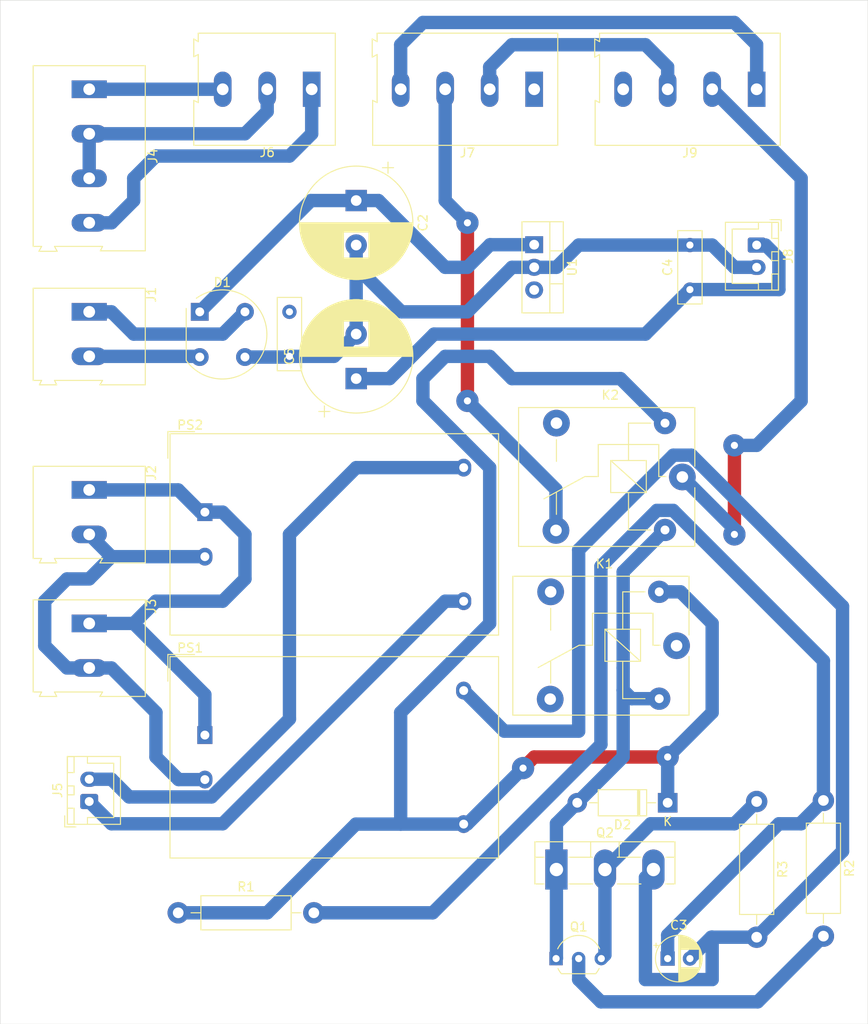
<source format=kicad_pcb>
(kicad_pcb (version 20241229) (generator "pcbnew") (generator_version "9.0")
  (layers (0 "F.Cu" signal) (2 "B.Cu" signal) (13 "F.Paste" user) (15 "B.Paste" user) (5 "F.SilkS" user "F.Silkscreen") (7 "B.SilkS" user "B.Silkscreen") (1 "F.Mask" user) (3 "B.Mask" user) (25 "Edge.Cuts" user))
  (net 0 "")
  (net 1 "Net-(D1-+)")
  (net 2 "Net-(C3-Pad1)")
  (net 3 "0")
  (net 4 "Net-(J8-Pin_1)")
  (net 5 "Net-(J1-Pin_1)")
  (net 6 "Net-(J1-Pin_2)")
  (net 7 "Net-(D2-A)")
  (net 8 "Net-(D2-K)")
  (net 9 "Net-(J2-Pin_2)")
  (net 10 "Net-(J2-Pin_1)")
  (net 11 "Net-(J4-Pin_2)")
  (net 12 "Net-(J4-Pin_4)")
  (net 13 "Net-(J4-Pin_1)")
  (net 14 "Net-(J5-Pin_2)")
  (net 15 "Net-(J5-Pin_1)")
  (net 16 "IN SP R+")
  (net 17 "Net-(J7-Pin_2)")
  (net 18 "Net-(J7-Pin_4)")
  (net 19 "IN SP L+")
  (net 20 "OUT SP L+")
  (net 21 "OUT SP R+")
  (net 24 "Net-(Q1-B)")
  (net 25 "Net-(Q1-E)")
  (net 26 "12V GND")
  (footprint "TerminalBlock:TerminalBlock_Altech_AK300-3_P5.00mm" (layer "F.Cu") (at 50 27.5 180)
    (property "Reference" "J6" (at 5 -7.1 0) (layer "F.SilkS"))
    (property "Value" "To Power Ampli Power IN")
    (pad "1" thru_hole rect (at 0 0 180) (size 1.98 3.96) (drill 1.32) (layers "*.Cu" "*.Mask") (net 12 "Net-(J4-Pin_4)"))
    (pad "2" thru_hole oval (at 5 0 180) (size 1.98 3.96) (drill 1.32) (layers "*.Cu" "*.Mask") (net 11 "Net-(J4-Pin_2)"))
    (pad "3" thru_hole oval (at 10 0 180) (size 1.98 3.96) (drill 1.32) (layers "*.Cu" "*.Mask") (net 13 "Net-(J4-Pin_1)"))
  )
  (footprint "Capacitor_THT:C_Disc_D8.0mm_W2.5mm_P5.00mm" (layer "F.Cu") (at 92.5 50 90)
    (property "Reference" "C4" (at 2.5 -2.5 90) (layer "F.SilkS"))
    (property "Value" "100nF")
    (pad "1" thru_hole circle (at 0 0 90) (size 1.6 1.6) (drill 0.8) (layers "*.Cu" "*.Mask") (net 4 "Net-(J8-Pin_1)"))
    (pad "2" thru_hole circle (at 5 0 90) (size 1.6 1.6) (drill 0.8) (layers "*.Cu" "*.Mask") (net 26 "12V GND"))
  )
  (footprint "Package_TO_SOT_THT:TO-220-3_Vertical" (layer "F.Cu") (at 75 44.96 -90)
    (property "Reference" "U1" (at 2.54 -4.27 90) (layer "F.SilkS"))
    (property "Value" "LM7812_TO220")
    (pad "1" thru_hole rect (at 0 0 270) (size 1.905 2) (drill 1.1) (layers "*.Cu" "*.Mask") (net 1 "Net-(D1-+)"))
    (pad "2" thru_hole oval (at 2.54 0 270) (size 1.905 2) (drill 1.1) (layers "*.Cu" "*.Mask") (net 26 "12V GND"))
    (pad "3" thru_hole oval (at 5.08 0 270) (size 1.905 2) (drill 1.1) (layers "*.Cu" "*.Mask") (net 4 "Net-(J8-Pin_1)"))
  )
  (footprint "TerminalBlock:TerminalBlock_Altech_AK300-2_P5.00mm" (layer "F.Cu") (at 25 52.5 -90)
    (property "Reference" "J1" (at -1.92 -6.99 90) (layer "F.SilkS"))
    (property "Value" "IN 12V AC")
    (pad "1" thru_hole rect (at 0 0 270) (size 1.98 3.96) (drill 1.32) (layers "*.Cu" "*.Mask") (net 5 "Net-(J1-Pin_1)"))
    (pad "2" thru_hole oval (at 5 0 270) (size 1.98 3.96) (drill 1.32) (layers "*.Cu" "*.Mask") (net 6 "Net-(J1-Pin_2)"))
  )
  (footprint "Resistor_THT:R_Axial_DIN0411_L9.9mm_D3.6mm_P15.24mm_Horizontal" (layer "F.Cu") (at 107.5 107.38 -90)
    (property "Reference" "R2" (at 7.62 -2.92 90) (layer "F.SilkS"))
    (property "Value" "10k")
    (pad "1" thru_hole circle (at 0 0 270) (size 2.4 2.4) (drill 1.2) (layers "*.Cu" "*.Mask") (net 2 "Net-(C3-Pad1)"))
    (pad "2" thru_hole oval (at 15.24 0 270) (size 2.4 2.4) (drill 1.2) (layers "*.Cu" "*.Mask") (net 24 "Net-(Q1-B)"))
  )
  (footprint "Diode_THT:D_DO-41_SOD81_P10.16mm_Horizontal" (layer "F.Cu") (at 90 107.64 180)
    (property "Reference" "D2" (at 5.08 -2.47 0) (layer "F.SilkS"))
    (property "Value" "1N4001")
    (fp_text user "K" (at 0 -2.1 0) (layer "F.SilkS"))
    (pad "1" thru_hole rect (at 0 0 180) (size 2.2 2.2) (drill 1.1) (layers "*.Cu" "*.Mask") (net 8 "Net-(D2-K)"))
    (pad "2" thru_hole oval (at 10.16 0 180) (size 2.2 2.2) (drill 1.1) (layers "*.Cu" "*.Mask") (net 7 "Net-(D2-A)"))
  )
  (footprint "Package_TO_SOT_THT:TO-92L_Inline_Wide" (layer "F.Cu") (at 77.46 125.14)
    (property "Reference" "Q1" (at 2.54 -3.56 0) (layer "F.SilkS"))
    (property "Value" "NPN")
    (pad "1" thru_hole rect (at 0 0) (size 1.5 1.5) (drill 0.8) (layers "*.Cu" "*.Mask") (net 7 "Net-(D2-A)"))
    (pad "2" thru_hole circle (at 2.54 0) (size 1.5 1.5) (drill 0.8) (layers "*.Cu" "*.Mask") (net 24 "Net-(Q1-B)"))
    (pad "3" thru_hole circle (at 5.08 0) (size 1.5 1.5) (drill 0.8) (layers "*.Cu" "*.Mask") (net 25 "Net-(Q1-E)"))
  )
  (footprint "TerminalBlock:TerminalBlock_Altech_AK300-4_P5.00mm" (layer "F.Cu") (at 100 27.5 180)
    (property "Reference" "J9" (at 7.5 -7.15 0) (layer "F.SilkS"))
    (property "Value" "To Speakers")
    (pad "1" thru_hole rect (at 0 0 180) (size 1.98 3.96) (drill 1.32) (layers "*.Cu" "*.Mask") (net 18 "Net-(J7-Pin_4)"))
    (pad "2" thru_hole oval (at 5 0 180) (size 1.98 3.96) (drill 1.32) (layers "*.Cu" "*.Mask") (net 21 "OUT SP R+"))
    (pad "3" thru_hole oval (at 10 0 180) (size 1.98 3.96) (drill 1.32) (layers "*.Cu" "*.Mask") (net 17 "Net-(J7-Pin_2)"))
    (pad "4" thru_hole oval (at 15 0 180) (size 1.98 3.96) (drill 1.32) (layers "*.Cu" "*.Mask") (net 20 "OUT SP L+"))
  )
  (footprint "TerminalBlock:TerminalBlock_Altech_AK300-4_P5.00mm" (layer "F.Cu") (at 75 27.5 180)
    (property "Reference" "J7" (at 7.5 -7.15 0) (layer "F.SilkS"))
    (property "Value" "From Ampli Output")
    (pad "1" thru_hole rect (at 0 0 180) (size 1.98 3.96) (drill 1.32) (layers "*.Cu" "*.Mask") (net 19 "IN SP L+"))
    (pad "2" thru_hole oval (at 5 0 180) (size 1.98 3.96) (drill 1.32) (layers "*.Cu" "*.Mask") (net 17 "Net-(J7-Pin_2)"))
    (pad "3" thru_hole oval (at 10 0 180) (size 1.98 3.96) (drill 1.32) (layers "*.Cu" "*.Mask") (net 16 "IN SP R+"))
    (pad "4" thru_hole oval (at 15 0 180) (size 1.98 3.96) (drill 1.32) (layers "*.Cu" "*.Mask") (net 18 "Net-(J7-Pin_4)"))
  )
  (footprint "Relay_THT:Relay_SPDT_SANYOU_SRD_Series_Form_C" (layer "F.Cu") (at 91 90 180)
    (property "Reference" "K1" (at 8.1 9.2 0) (layer "F.SilkS"))
    (property "Value" "SANYOU_SRD_Form_C")
    (pad "1" thru_hole circle (at 0 0 270) (size 3 3) (drill 1.3) (layers "*.Cu" "*.Mask") (net 20 "OUT SP L+"))
    (pad "2" thru_hole circle (at 1.95 6.05 270) (size 2.5 2.5) (drill 1) (layers "*.Cu" "*.Mask") (net 8 "Net-(D2-K)"))
    (pad "3" thru_hole circle (at 14.15 6.05 270) (size 3 3) (drill 1.3) (layers "*.Cu" "*.Mask"))
    (pad "4" thru_hole circle (at 14.2 -6 270) (size 3 3) (drill 1.3) (layers "*.Cu" "*.Mask") (net 19 "IN SP L+"))
    (pad "5" thru_hole circle (at 1.95 -5.95 270) (size 2.5 2.5) (drill 1) (layers "*.Cu" "*.Mask") (net 7 "Net-(D2-A)"))
  )
  (footprint "Resistor_THT:R_Axial_DIN0411_L9.9mm_D3.6mm_P15.24mm_Horizontal" (layer "F.Cu") (at 35 120)
    (property "Reference" "R1" (at 7.62 -2.92 0) (layer "F.SilkS"))
    (property "Value" "100k")
    (pad "1" thru_hole circle (at 0 0) (size 2.4 2.4) (drill 1.2) (layers "*.Cu" "*.Mask") (net 8 "Net-(D2-K)"))
    (pad "2" thru_hole oval (at 15.24 0) (size 2.4 2.4) (drill 1.2) (layers "*.Cu" "*.Mask") (net 2 "Net-(C3-Pad1)"))
  )
  (footprint "Capacitor_THT:CP_Radial_D12.5mm_P5.00mm" (layer "F.Cu") (at 55 40 -90)
    (property "Reference" "C2" (at 2.5 -7.5 90) (layer "F.SilkS"))
    (property "Value" "2200uF")
    (pad "1" thru_hole rect (at 0 0 270) (size 2.4 2.4) (drill 1.2) (layers "*.Cu" "*.Mask") (net 1 "Net-(D1-+)"))
    (pad "2" thru_hole circle (at 5 0 270) (size 2.4 2.4) (drill 1.2) (layers "*.Cu" "*.Mask") (net 26 "12V GND"))
  )
  (footprint "Resistor_THT:R_Axial_DIN0411_L9.9mm_D3.6mm_P15.24mm_Horizontal" (layer "F.Cu") (at 100 107.5 -90)
    (property "Reference" "R3" (at 7.62 -2.92 90) (layer "F.SilkS"))
    (property "Value" "100k")
    (pad "1" thru_hole circle (at 0 0 270) (size 2.4 2.4) (drill 1.2) (layers "*.Cu" "*.Mask") (net 25 "Net-(Q1-E)"))
    (pad "2" thru_hole oval (at 15.24 0 270) (size 2.4 2.4) (drill 1.2) (layers "*.Cu" "*.Mask") (net 3 "0"))
  )
  (footprint "Converter_ACDC:Converter_ACDC_Hi-Link_HLK-PMxx" (layer "F.Cu") (at 37.9975 75)
    (property "Reference" "PS2" (at -1.66 -9.79 0) (layer "F.SilkS"))
    (property "Value" "HLK-PM01")
    (pad "1" thru_hole rect (at 0 0) (size 1.7 2) (drill 1) (layers "*.Cu" "*.Mask") (net 10 "Net-(J2-Pin_1)"))
    (pad "2" thru_hole oval (at 0 5) (size 1.7 2) (drill 1) (layers "*.Cu" "*.Mask") (net 9 "Net-(J2-Pin_2)"))
    (pad "3" thru_hole oval (at 29.08 -5) (size 1.7 2) (drill 1) (layers "*.Cu" "*.Mask") (net 14 "Net-(J5-Pin_2)"))
    (pad "4" thru_hole oval (at 29.08 10) (size 1.7 2) (drill 1) (layers "*.Cu" "*.Mask") (net 15 "Net-(J5-Pin_1)"))
  )
  (footprint "Capacitor_THT:CP_Radial_D12.5mm_P5.00mm" (layer "F.Cu") (at 55 60 90)
    (property "Reference" "C5" (at 2.5 -7.5 90) (layer "F.SilkS"))
    (property "Value" "2200uF")
    (pad "1" thru_hole rect (at 0 0 90) (size 2.4 2.4) (drill 1.2) (layers "*.Cu" "*.Mask") (net 4 "Net-(J8-Pin_1)"))
    (pad "2" thru_hole circle (at 5 0 90) (size 2.4 2.4) (drill 1.2) (layers "*.Cu" "*.Mask") (net 26 "12V GND"))
  )
  (footprint "Capacitor_THT:C_Disc_D8.0mm_W2.5mm_P5.00mm" (layer "F.Cu") (at 47.5 52.5 -90)
    (property "Reference" "C1" (at 2.5 -2.5 90) (layer "F.SilkS"))
    (property "Value" "100nF")
    (pad "1" thru_hole circle (at 0 0 270) (size 1.6 1.6) (drill 0.8) (layers "*.Cu" "*.Mask") (net 1 "Net-(D1-+)"))
    (pad "2" thru_hole circle (at 5 0 270) (size 1.6 1.6) (drill 0.8) (layers "*.Cu" "*.Mask") (net 26 "12V GND"))
  )
  (footprint "TerminalBlock:TerminalBlock_Altech_AK300-2_P5.00mm" (layer "F.Cu") (at 25 72.5 -90)
    (property "Reference" "J2" (at -1.92 -6.99 90) (layer "F.SilkS"))
    (property "Value" "OUT 230V AC")
    (pad "1" thru_hole rect (at 0 0 270) (size 1.98 3.96) (drill 1.32) (layers "*.Cu" "*.Mask") (net 10 "Net-(J2-Pin_1)"))
    (pad "2" thru_hole oval (at 5 0 270) (size 1.98 3.96) (drill 1.32) (layers "*.Cu" "*.Mask") (net 9 "Net-(J2-Pin_2)"))
  )
  (footprint "Capacitor_THT:CP_Radial_D5.0mm_P2.50mm" (layer "F.Cu") (at 90 125.14)
    (property "Reference" "C3" (at 1.25 -3.75 0) (layer "F.SilkS"))
    (property "Value" "47u")
    (pad "1" thru_hole rect (at 0 0) (size 1.6 1.6) (drill 0.8) (layers "*.Cu" "*.Mask") (net 2 "Net-(C3-Pad1)"))
    (pad "2" thru_hole circle (at 2.5 0) (size 1.6 1.6) (drill 0.8) (layers "*.Cu" "*.Mask") (net 3 "0"))
  )
  (footprint "Relay_THT:Relay_SPDT_SANYOU_SRD_Series_Form_C" (layer "F.Cu") (at 91.65 71.05 180)
    (property "Reference" "K2" (at 8.1 9.2 0) (layer "F.SilkS"))
    (property "Value" "SANYOU_SRD_Form_C")
    (pad "1" thru_hole circle (at 0 0 270) (size 3 3) (drill 1.3) (layers "*.Cu" "*.Mask") (net 21 "OUT SP R+"))
    (pad "2" thru_hole circle (at 1.95 6.05 270) (size 2.5 2.5) (drill 1) (layers "*.Cu" "*.Mask") (net 8 "Net-(D2-K)"))
    (pad "3" thru_hole circle (at 14.15 6.05 270) (size 3 3) (drill 1.3) (layers "*.Cu" "*.Mask"))
    (pad "4" thru_hole circle (at 14.2 -6 270) (size 3 3) (drill 1.3) (layers "*.Cu" "*.Mask") (net 16 "IN SP R+"))
    (pad "5" thru_hole circle (at 1.95 -5.95 270) (size 2.5 2.5) (drill 1) (layers "*.Cu" "*.Mask") (net 7 "Net-(D2-A)"))
  )
  (footprint "Package_TO_SOT_THT:TO-3P-3_Vertical" (layer "F.Cu") (at 77.5 115.14)
    (property "Reference" "Q2" (at 5.45 -4.12 0) (layer "F.SilkS"))
    (property "Value" "NPN")
    (pad "1" thru_hole rect (at 0 0) (size 2.5 4.5) (drill 1.5) (layers "*.Cu" "*.Mask") (net 7 "Net-(D2-A)"))
    (pad "2" thru_hole oval (at 5.45 0) (size 2.5 4.5) (drill 1.5) (layers "*.Cu" "*.Mask") (net 25 "Net-(Q1-E)"))
    (pad "3" thru_hole oval (at 10.9 0) (size 2.5 4.5) (drill 1.5) (layers "*.Cu" "*.Mask") (net 3 "0"))
  )
  (footprint "TerminalBlock:TerminalBlock_Altech_AK300-4_P5.00mm" (layer "F.Cu") (at 25 27.5 -90)
    (property "Reference" "J4" (at 7.5 -7.15 90) (layer "F.SilkS"))
    (property "Value" "From Trfo Output")
    (pad "1" thru_hole rect (at 0 0 270) (size 1.98 3.96) (drill 1.32) (layers "*.Cu" "*.Mask") (net 13 "Net-(J4-Pin_1)"))
    (pad "2" thru_hole oval (at 5 0 270) (size 1.98 3.96) (drill 1.32) (layers "*.Cu" "*.Mask") (net 11 "Net-(J4-Pin_2)"))
    (pad "3" thru_hole oval (at 10 0 270) (size 1.98 3.96) (drill 1.32) (layers "*.Cu" "*.Mask") (net 11 "Net-(J4-Pin_2)"))
    (pad "4" thru_hole oval (at 15 0 270) (size 1.98 3.96) (drill 1.32) (layers "*.Cu" "*.Mask") (net 12 "Net-(J4-Pin_4)"))
  )
  (footprint "Connector_JST:JST_XH_B2B-XH-A_1x02_P2.50mm_Vertical" (layer "F.Cu") (at 25 107.5 90)
    (property "Reference" "J5" (at 1.25 -3.55 90) (layer "F.SilkS"))
    (property "Value" "OUT 5V CC")
    (pad "1" thru_hole roundrect (at 0 0 90) (size 1.7 2) (drill 1) (layers "*.Cu" "*.Mask") (roundrect_rratio 0.147059) (net 15 "Net-(J5-Pin_1)"))
    (pad "2" thru_hole oval (at 2.5 0 90) (size 1.7 2) (drill 1) (layers "*.Cu" "*.Mask") (net 14 "Net-(J5-Pin_2)"))
  )
  (footprint "TerminalBlock:TerminalBlock_Altech_AK300-2_P5.00mm" (layer "F.Cu") (at 25 87.5 -90)
    (property "Reference" "J3" (at -1.92 -6.99 90) (layer "F.SilkS"))
    (property "Value" "IN 230V AC")
    (pad "1" thru_hole rect (at 0 0 270) (size 1.98 3.96) (drill 1.32) (layers "*.Cu" "*.Mask") (net 10 "Net-(J2-Pin_1)"))
    (pad "2" thru_hole oval (at 5 0 270) (size 1.98 3.96) (drill 1.32) (layers "*.Cu" "*.Mask") (net 9 "Net-(J2-Pin_2)"))
  )
  (footprint "Connector_JST:JST_XH_B2B-XH-A_1x02_P2.50mm_Vertical" (layer "F.Cu") (at 100 45 -90)
    (property "Reference" "J8" (at 1.25 -3.55 90) (layer "F.SilkS"))
    (property "Value" "OUT 12V CC")
    (pad "1" thru_hole roundrect (at 0 0 270) (size 1.7 2) (drill 1) (layers "*.Cu" "*.Mask") (roundrect_rratio 0.147059) (net 4 "Net-(J8-Pin_1)"))
    (pad "2" thru_hole oval (at 2.5 0 270) (size 1.7 2) (drill 1) (layers "*.Cu" "*.Mask") (net 26 "12V GND"))
  )
  (footprint "Diode_THT:Diode_Bridge_Round_D9.8mm" (layer "F.Cu") (at 37.42 52.5)
    (property "Reference" "D1" (at 2.54 -3.302 0) (layer "F.SilkS"))
    (property "Value" "B40C1500G")
    (pad "1" thru_hole rect (at 0 0) (size 2 2) (drill 1) (layers "*.Cu" "*.Mask") (net 1 "Net-(D1-+)"))
    (pad "2" thru_hole oval (at 0 5.08) (size 2 2) (drill 1) (layers "*.Cu" "*.Mask") (net 6 "Net-(J1-Pin_2)"))
    (pad "3" thru_hole oval (at 5.08 5.08) (size 2 2) (drill 1) (layers "*.Cu" "*.Mask") (net 26 "12V GND"))
    (pad "4" thru_hole oval (at 5.08 0) (size 2 2) (drill 1) (layers "*.Cu" "*.Mask") (net 5 "Net-(J1-Pin_1)"))
  )
  (footprint "Converter_ACDC:Converter_ACDC_Hi-Link_HLK-PMxx" (layer "F.Cu") (at 37.9975 100.0375)
    (property "Reference" "PS1" (at -1.66 -9.79 0) (layer "F.SilkS"))
    (property "Value" "HLK-PM01")
    (pad "1" thru_hole rect (at 0 0) (size 1.7 2) (drill 1) (layers "*.Cu" "*.Mask") (net 10 "Net-(J2-Pin_1)"))
    (pad "2" thru_hole oval (at 0 5) (size 1.7 2) (drill 1) (layers "*.Cu" "*.Mask") (net 9 "Net-(J2-Pin_2)"))
    (pad "3" thru_hole oval (at 29.08 -5) (size 1.7 2) (drill 1) (layers "*.Cu" "*.Mask") (net 3 "0"))
    (pad "4" thru_hole oval (at 29.08 10) (size 1.7 2) (drill 1) (layers "*.Cu" "*.Mask") (net 8 "Net-(D2-K)"))
  )
  (gr_rect (start 15 17.5) (end 112.5 132.5) (stroke (width 0.05)) (fill no) (layer "Edge.Cuts"))
  (segment (start 49.92 40) (end 55 40) (width 1.5) (layer "B.Cu") (net 1))
  (segment (start 37.42 52.5) (end 49.92 40) (width 1.5) (layer "B.Cu") (net 1))
  (segment (start 65 47.5) (end 67.5 47.5) (width 1.5) (layer "B.Cu") (net 1))
  (segment (start 67.5 47.5) (end 70.04 44.96) (width 1.5) (layer "B.Cu") (net 1))
  (segment (start 57.5 40) (end 65 47.5) (width 1.5) (layer "B.Cu") (net 1))
  (segment (start 55 40) (end 57.5 40) (width 1.5) (layer "B.Cu") (net 1))
  (segment (start 70.04 44.96) (end 75 44.96) (width 1.5) (layer "B.Cu") (net 1))
  (segment (start 90 125.14) (end 90 122.5) (width 1.5) (layer "B.Cu") (net 2))
  (segment (start 50.24 120) (end 63.603578 120) (width 1.5) (layer "B.Cu") (net 2))
  (segment (start 107.5 91.687315) (end 107.5 107.38) (width 1.5) (layer "B.Cu") (net 2))
  (segment (start 105 109.88) (end 107.5 107.38) (width 1.5) (layer "B.Cu") (net 2))
  (segment (start 63.603578 120) (end 82.5 101.103578) (width 1.5) (layer "B.Cu") (net 2))
  (segment (start 88.788315 74.799) (end 90.611685 74.799) (width 1.5) (layer "B.Cu") (net 2))
  (segment (start 82.5 81.087315) (end 88.788315 74.799) (width 1.5) (layer "B.Cu") (net 2))
  (segment (start 102.5 110) (end 105 110) (width 1.5) (layer "B.Cu") (net 2))
  (segment (start 105 110) (end 105 109.88) (width 1.5) (layer "B.Cu") (net 2))
  (segment (start 82.5 101.103578) (end 82.5 81.087315) (width 1.5) (layer "B.Cu") (net 2))
  (segment (start 90.611685 74.799) (end 107.5 91.687315) (width 1.5) (layer "B.Cu") (net 2))
  (segment (start 90 122.5) (end 102.5 110) (width 1.5) (layer "B.Cu") (net 2))
  (segment (start 109.651 85.584762) (end 109.651 113.089) (width 1.5) (layer "B.Cu") (net 3))
  (segment (start 95 127.5) (end 95 122.74) (width 1.5) (layer "B.Cu") (net 3))
  (segment (start 67.0775 95.0375) (end 71.64 99.6) (width 1.5) (layer "B.Cu") (net 3))
  (segment (start 71.64 99.6) (end 80 99.6) (width 1.5) (layer "B.Cu") (net 3))
  (segment (start 94.9 122.74) (end 92.5 125.14) (width 1.5) (layer "B.Cu") (net 3))
  (segment (start 109.651 113.089) (end 100 122.74) (width 1.5) (layer "B.Cu") (net 3))
  (segment (start 100 122.74) (end 95 122.74) (width 1.5) (layer "B.Cu") (net 3))
  (segment (start 80 99.6) (end 80 79.233762) (width 1.5) (layer "B.Cu") (net 3))
  (segment (start 87.5 116.04) (end 87.5 127.5) (width 1.5) (layer "B.Cu") (net 3))
  (segment (start 92.665238 68.599) (end 109.651 85.584762) (width 1.5) (layer "B.Cu") (net 3))
  (segment (start 88.4 115.14) (end 87.5 116.04) (width 1.5) (layer "B.Cu") (net 3))
  (segment (start 80 79.233762) (end 90.634762 68.599) (width 1.5) (layer "B.Cu") (net 3))
  (segment (start 87.5 127.5) (end 95 127.5) (width 1.5) (layer "B.Cu") (net 3))
  (segment (start 95 122.74) (end 94.9 122.74) (width 1.5) (layer "B.Cu") (net 3))
  (segment (start 90.634762 68.599) (end 92.665238 68.599) (width 1.5) (layer "B.Cu") (net 3))
  (segment (start 87.5 55) (end 92.5 50) (width 1.5) (layer "B.Cu") (net 4))
  (segment (start 55 60) (end 58.75 60) (width 1.5) (layer "B.Cu") (net 4))
  (segment (start 63.75 55) (end 87.5 55) (width 1.5) (layer "B.Cu") (net 4))
  (segment (start 102.5 46.5) (end 101 45) (width 1.5) (layer "B.Cu") (net 4))
  (segment (start 58.75 60) (end 63.75 55) (width 1.5) (layer "B.Cu") (net 4))
  (segment (start 92.5 50) (end 102.5 50) (width 1.5) (layer "B.Cu") (net 4))
  (segment (start 102.5 50) (end 102.5 46.5) (width 1.5) (layer "B.Cu") (net 4))
  (segment (start 101 45) (end 100 45) (width 1.5) (layer "B.Cu") (net 4))
  (segment (start 25 52.5) (end 27.5 52.5) (width 1.5) (layer "B.Cu") (net 5))
  (segment (start 27.5 52.5) (end 30 55) (width 1.5) (layer "B.Cu") (net 5))
  (segment (start 30 55) (end 40 55) (width 1.5) (layer "B.Cu") (net 5))
  (segment (start 40 55) (end 42.5 52.5) (width 1.5) (layer "B.Cu") (net 5))
  (segment (start 25 57.5) (end 37.34 57.5) (width 1.5) (layer "B.Cu") (net 6))
  (segment (start 37.34 57.5) (end 37.42 57.58) (width 1.5) (layer "B.Cu") (net 6))
  (segment (start 77.5 125.1) (end 77.46 125.14) (width 1.5) (layer "B.Cu") (net 7))
  (segment (start 89.7 77) (end 85 81.7) (width 1.5) (layer "B.Cu") (net 7))
  (segment (start 85 92.5) (end 85 95) (width 1.5) (layer "B.Cu") (net 7))
  (segment (start 77.5 109.98) (end 77.5 115.14) (width 1.5) (layer "B.Cu") (net 7))
  (segment (start 85.95 95.95) (end 85 95) (width 1.5) (layer "B.Cu") (net 7))
  (segment (start 77.5 115.14) (end 77.5 125.1) (width 1.5) (layer "B.Cu") (net 7))
  (segment (start 79.84 107.64) (end 77.5 109.98) (width 1.5) (layer "B.Cu") (net 7))
  (segment (start 85 95) (end 85 102.48) (width 1.5) (layer "B.Cu") (net 7))
  (segment (start 85 81.7) (end 85 92.5) (width 1.5) (layer "B.Cu") (net 7))
  (segment (start 89.05 95.95) (end 85.95 95.95) (width 1.5) (layer "B.Cu") (net 7))
  (segment (start 85 102.48) (end 79.84 107.64) (width 1.5) (layer "B.Cu") (net 7))
  (segment (start 73.75 103.75) (end 75 102.5) (width 1.5) (layer "F.Cu") (net 8))
  (segment (start 75 102.5) (end 90 102.5) (width 1.5) (layer "F.Cu") (net 8))
  (via (at 90 102.5) (size 2.5) (drill 0.8) (layers "F.Cu" "B.Cu") (net 8))
  (via (at 73.75 103.75) (size 2.5) (drill 0.8) (layers "F.Cu" "B.Cu") (net 8))
  (segment (start 67.0775 110.0375) (end 67.4625 110.0375) (width 1.5) (layer "B.Cu") (net 8))
  (segment (start 62.5 60) (end 62.5 62.5) (width 1.5) (layer "B.Cu") (net 8))
  (segment (start 95 87.5) (end 91.45 83.95) (width 1.5) (layer "B.Cu") (net 8))
  (segment (start 84.7 60) (end 72.5 60) (width 1.5) (layer "B.Cu") (net 8))
  (segment (start 35 120) (end 45 120) (width 1.5) (layer "B.Cu") (net 8))
  (segment (start 70 57.5) (end 65 57.5) (width 1.5) (layer "B.Cu") (net 8))
  (segment (start 70 70) (end 70 87.5) (width 1.5) (layer "B.Cu") (net 8))
  (segment (start 70 87.5) (end 60 97.5) (width 1.5) (layer "B.Cu") (net 8))
  (segment (start 60 97.5) (end 60 110.0375) (width 1.5) (layer "B.Cu") (net 8))
  (segment (start 72.5 60) (end 70 57.5) (width 1.5) (layer "B.Cu") (net 8))
  (segment (start 90 102.5) (end 90 107.64) (width 1.5) (layer "B.Cu") (net 8))
  (segment (start 65 57.5) (end 62.5 60) (width 1.5) (layer "B.Cu") (net 8))
  (segment (start 95 97.5) (end 95 87.5) (width 1.5) (layer "B.Cu") (net 8))
  (segment (start 67.4625 110.0375) (end 73.75 103.75) (width 1.5) (layer "B.Cu") (net 8))
  (segment (start 91.45 83.95) (end 89.05 83.95) (width 1.5) (layer "B.Cu") (net 8))
  (segment (start 54.9625 110.0375) (end 60 110.0375) (width 1.5) (layer "B.Cu") (net 8))
  (segment (start 90 102.5) (end 95 97.5) (width 1.5) (layer "B.Cu") (net 8))
  (segment (start 60 110.0375) (end 67.0775 110.0375) (width 1.5) (layer "B.Cu") (net 8))
  (segment (start 45 120) (end 54.9625 110.0375) (width 1.5) (layer "B.Cu") (net 8))
  (segment (start 62.5 62.5) (end 70 70) (width 1.5) (layer "B.Cu") (net 8))
  (segment (start 89.7 65) (end 84.7 60) (width 1.5) (layer "B.Cu") (net 8))
  (segment (start 37.9975 80) (end 27.5 80) (width 1.5) (layer "B.Cu") (net 9))
  (segment (start 22.5 92.5) (end 25 92.5) (width 1.5) (layer "B.Cu") (net 9))
  (segment (start 32.5 97.5) (end 32.5 102.5) (width 1.5) (layer "B.Cu") (net 9))
  (segment (start 32.5 102.5) (end 35.0375 105.0375) (width 1.5) (layer "B.Cu") (net 9))
  (segment (start 27.5 92.5) (end 32.5 97.5) (width 1.5) (layer "B.Cu") (net 9))
  (segment (start 27.5 80) (end 25 77.5) (width 1.5) (layer "B.Cu") (net 9))
  (segment (start 25 92.5) (end 27.5 92.5) (width 1.5) (layer "B.Cu") (net 9))
  (segment (start 27.5 80) (end 25 82.5) (width 1.5) (layer "B.Cu") (net 9))
  (segment (start 35.0375 105.0375) (end 37.9975 105.0375) (width 1.5) (layer "B.Cu") (net 9))
  (segment (start 20 90) (end 22.5 92.5) (width 1.5) (layer "B.Cu") (net 9))
  (segment (start 22.5 82.5) (end 20 85) (width 1.5) (layer "B.Cu") (net 9))
  (segment (start 25 82.5) (end 22.5 82.5) (width 1.5) (layer "B.Cu") (net 9))
  (segment (start 20 85) (end 20 90) (width 1.5) (layer "B.Cu") (net 9))
  (segment (start 42.5 82.5) (end 42.5 77.5) (width 1.5) (layer "B.Cu") (net 10))
  (segment (start 30 87.5) (end 37.9975 95.4975) (width 1.5) (layer "B.Cu") (net 10))
  (segment (start 30 87.5) (end 32.5 85) (width 1.5) (layer "B.Cu") (net 10))
  (segment (start 40 75) (end 37.9975 75) (width 1.5) (layer "B.Cu") (net 10))
  (segment (start 37.9975 75) (end 37.5 75) (width 1.5) (layer "B.Cu") (net 10))
  (segment (start 25 87.5) (end 30 87.5) (width 1.5) (layer "B.Cu") (net 10))
  (segment (start 40 85) (end 42.5 82.5) (width 1.5) (layer "B.Cu") (net 10))
  (segment (start 37.5 75) (end 35 72.5) (width 1.5) (layer "B.Cu") (net 10))
  (segment (start 37.9975 95.4975) (end 37.9975 100.0375) (width 1.5) (layer "B.Cu") (net 10))
  (segment (start 35 72.5) (end 25 72.5) (width 1.5) (layer "B.Cu") (net 10))
  (segment (start 42.5 77.5) (end 40 75) (width 1.5) (layer "B.Cu") (net 10))
  (segment (start 32.5 85) (end 40 85) (width 1.5) (layer "B.Cu") (net 10))
  (segment (start 25 37.5) (end 25 32.5) (width 1.5) (layer "B.Cu") (net 11))
  (segment (start 25 32.5) (end 42.5 32.5) (width 1.5) (layer "B.Cu") (net 11))
  (segment (start 42.5 32.5) (end 45 30) (width 1.5) (layer "B.Cu") (net 11))
  (segment (start 45 30) (end 45 27.5) (width 1.5) (layer "B.Cu") (net 11))
  (segment (start 25 42.5) (end 27.5 42.5) (width 1.5) (layer "B.Cu") (net 12))
  (segment (start 30 37.5) (end 32.5 35) (width 1.5) (layer "B.Cu") (net 12))
  (segment (start 50 32.5) (end 50 27.5) (width 1.5) (layer "B.Cu") (net 12))
  (segment (start 30 40) (end 30 37.5) (width 1.5) (layer "B.Cu") (net 12))
  (segment (start 32.5 35) (end 47.5 35) (width 1.5) (layer "B.Cu") (net 12))
  (segment (start 47.5 35) (end 50 32.5) (width 1.5) (layer "B.Cu") (net 12))
  (segment (start 27.5 42.5) (end 30 40) (width 1.5) (layer "B.Cu") (net 12))
  (segment (start 25 27.5) (end 40 27.5) (width 1.5) (layer "B.Cu") (net 13))
  (segment (start 25 105) (end 27.5 105) (width 1.5) (layer "B.Cu") (net 14))
  (segment (start 55 70) (end 67.0775 70) (width 1.5) (layer "B.Cu") (net 14))
  (segment (start 27.5 105) (end 29.4885 106.9885) (width 1.5) (layer "B.Cu") (net 14))
  (segment (start 29.4885 106.9885) (end 38.743499 106.9885) (width 1.5) (layer "B.Cu") (net 14))
  (segment (start 47.5 98.231999) (end 47.5 77.5) (width 1.5) (layer "B.Cu") (net 14))
  (segment (start 47.5 77.5) (end 55 70) (width 1.5) (layer "B.Cu") (net 14))
  (segment (start 38.743499 106.9885) (end 47.5 98.231999) (width 1.5) (layer "B.Cu") (net 14))
  (segment (start 27.5 110) (end 40 110) (width 1.5) (layer "B.Cu") (net 15))
  (segment (start 65 85) (end 67.0775 85) (width 1.5) (layer "B.Cu") (net 15))
  (segment (start 40 110) (end 65 85) (width 1.5) (layer "B.Cu") (net 15))
  (segment (start 25 107.5) (end 27.5 110) (width 1.5) (layer "B.Cu") (net 15))
  (segment (start 67.5 42.5) (end 67.5 62.5) (width 1.5) (layer "F.Cu") (net 16))
  (via (at 67.5 42.5) (size 2.5) (drill 0.8) (layers "F.Cu" "B.Cu") (net 16))
  (via (at 67.5 62.5) (size 2.5) (drill 0.8) (layers "F.Cu" "B.Cu") (net 16))
  (segment (start 67.5 62.5) (end 77.45 72.45) (width 1.5) (layer "B.Cu") (net 16))
  (segment (start 77.45 72.45) (end 77.45 77.05) (width 1.5) (layer "B.Cu") (net 16))
  (segment (start 65 40) (end 67.5 42.5) (width 1.5) (layer "B.Cu") (net 16))
  (segment (start 65 27.5) (end 65 40) (width 1.5) (layer "B.Cu") (net 16))
  (segment (start 87.5 22.5) (end 90 25) (width 1.5) (layer "B.Cu") (net 17))
  (segment (start 70 27.5) (end 70 25) (width 1.5) (layer "B.Cu") (net 17))
  (segment (start 90 25) (end 90 27.5) (width 1.5) (layer "B.Cu") (net 17))
  (segment (start 70 25) (end 72.5 22.5) (width 1.5) (layer "B.Cu") (net 17))
  (segment (start 72.5 22.5) (end 87.5 22.5) (width 1.5) (layer "B.Cu") (net 17))
  (segment (start 60 22.5) (end 62.5 20) (width 1.5) (layer "B.Cu") (net 18))
  (segment (start 62.5 20) (end 97.5 20) (width 1.5) (layer "B.Cu") (net 18))
  (segment (start 100 22.5) (end 100 27.5) (width 1.5) (layer "B.Cu") (net 18))
  (segment (start 97.5 20) (end 100 22.5) (width 1.5) (layer "B.Cu") (net 18))
  (segment (start 60 27.5) (end 60 22.5) (width 1.5) (layer "B.Cu") (net 18))
  (segment (start 97.5 77.5) (end 97.5 67.5) (width 1.5) (layer "F.Cu") (net 21))
  (via (at 97.5 67.5) (size 2.5) (drill 0.8) (layers "F.Cu" "B.Cu") (net 21))
  (via (at 97.5 77.5) (size 2.5) (drill 0.8) (layers "F.Cu" "B.Cu") (net 21))
  (segment (start 105 62.5) (end 100 67.5) (width 1.5) (layer "B.Cu") (net 21))
  (segment (start 97.5 76.9) (end 97.5 77.5) (width 1.5) (layer "B.Cu") (net 21))
  (segment (start 91.65 71.05) (end 97.5 76.9) (width 1.5) (layer "B.Cu") (net 21))
  (segment (start 100 67.5) (end 97.5 67.5) (width 1.5) (layer "B.Cu") (net 21))
  (segment (start 95 27.5) (end 105 37.5) (width 1.5) (layer "B.Cu") (net 21))
  (segment (start 105 37.5) (end 105 62.5) (width 1.5) (layer "B.Cu") (net 21))
  (segment (start 100.12 130) (end 107.5 122.62) (width 1.5) (layer "B.Cu") (net 24))
  (segment (start 82.5 130) (end 100.12 130) (width 1.5) (layer "B.Cu") (net 24))
  (segment (start 80 125.14) (end 80 127.5) (width 1.5) (layer "B.Cu") (net 24))
  (segment (start 80 127.5) (end 82.5 130) (width 1.5) (layer "B.Cu") (net 24))
  (segment (start 97.5 110) (end 88.09 110) (width 1.5) (layer "B.Cu") (net 25))
  (segment (start 82.95 115.14) (end 82.95 124.73) (width 1.5) (layer "B.Cu") (net 25))
  (segment (start 100 107.5) (end 97.5 110) (width 1.5) (layer "B.Cu") (net 25))
  (segment (start 88.09 110) (end 82.95 115.14) (width 1.5) (layer "B.Cu") (net 25))
  (segment (start 82.95 124.73) (end 82.54 125.14) (width 1.5) (layer "B.Cu") (net 25))
  (segment (start 55.04 47.46) (end 55 47.5) (width 1.5) (layer "B.Cu") (net 26))
  (segment (start 77.5 47.5) (end 80 45) (width 1.5) (layer "B.Cu") (net 26))
  (segment (start 52.5 57.5) (end 55 55) (width 1.5) (layer "B.Cu") (net 26))
  (segment (start 55 55) (end 55 47.5) (width 1.5) (layer "B.Cu") (net 26))
  (segment (start 95 45) (end 97.5 47.5) (width 1.5) (layer "B.Cu") (net 26))
  (segment (start 97.5 47.5) (end 100 47.5) (width 1.5) (layer "B.Cu") (net 26))
  (segment (start 67.5 52.5) (end 60.08 52.5) (width 1.5) (layer "B.Cu") (net 26))
  (segment (start 60.08 52.5) (end 55.04 47.46) (width 1.5) (layer "B.Cu") (net 26))
  (segment (start 42.5 57.58) (end 47.42 57.58) (width 1.5) (layer "B.Cu") (net 26))
  (segment (start 47.42 57.58) (end 47.5 57.5) (width 1.5) (layer "B.Cu") (net 26))
  (segment (start 72.5 47.5) (end 67.5 52.5) (width 1.5) (layer "B.Cu") (net 26))
  (segment (start 47.5 57.5) (end 52.5 57.5) (width 1.5) (layer "B.Cu") (net 26))
  (segment (start 75 47.5) (end 77.5 47.5) (width 1.5) (layer "B.Cu") (net 26))
  (segment (start 55 47.5) (end 55 45) (width 1.5) (layer "B.Cu") (net 26))
  (segment (start 75 47.5) (end 72.5 47.5) (width 1.5) (layer "B.Cu") (net 26))
  (segment (start 80 45) (end 92.5 45) (width 1.5) (layer "B.Cu") (net 26))
  (segment (start 92.5 45) (end 95 45) (width 1.5) (layer "B.Cu") (net 26))
)
</source>
